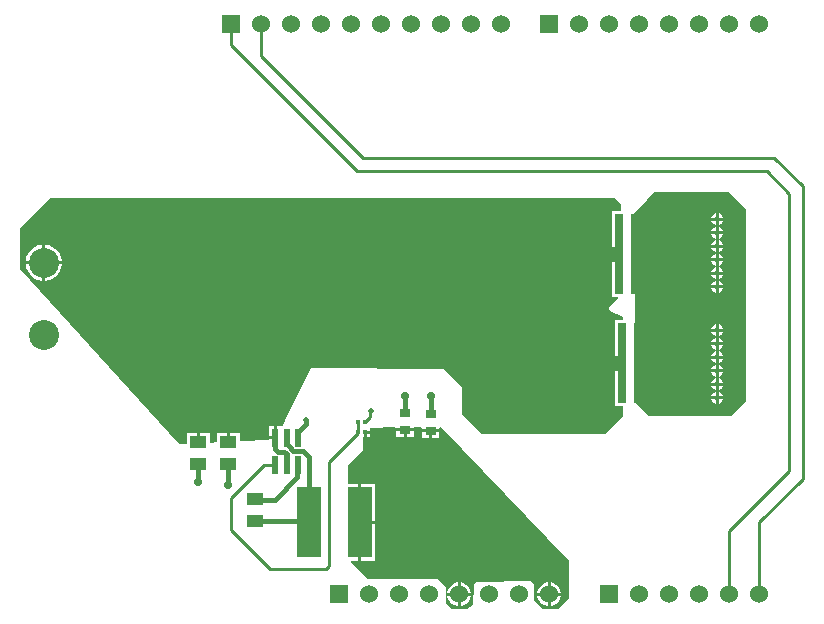
<source format=gtl>
G04*
G04 #@! TF.GenerationSoftware,Altium Limited,Altium Designer,22.10.1 (41)*
G04*
G04 Layer_Physical_Order=1*
G04 Layer_Color=255*
%FSLAX44Y44*%
%MOMM*%
G71*
G04*
G04 #@! TF.SameCoordinates,1ED68049-6446-41C4-8790-5122A1232E00*
G04*
G04*
G04 #@! TF.FilePolarity,Positive*
G04*
G01*
G75*
%ADD12C,0.2540*%
%ADD13R,2.0000X6.0000*%
%ADD15R,3.9000X6.7600*%
%ADD16R,0.7000X6.7600*%
%ADD17R,1.4478X1.1176*%
%ADD18R,0.9652X0.6604*%
%ADD19R,0.3556X0.3302*%
%ADD21C,1.5240*%
%ADD22R,1.5240X1.5240*%
%ADD23C,2.5400*%
%ADD24C,0.5080*%
%ADD25C,0.7112*%
%ADD26R,0.5588X1.5748*%
%ADD27C,0.3810*%
G36*
X623570Y351790D02*
Y189230D01*
X610870Y176530D01*
X541020D01*
X529590Y187960D01*
Y344170D01*
X527050Y346710D01*
X539750Y359410D01*
X546100Y365760D01*
X609600D01*
X623570Y351790D01*
D02*
G37*
G36*
X349504Y166377D02*
Y165100D01*
X356870D01*
X364236D01*
Y166068D01*
X365506Y166577D01*
X473710Y53340D01*
Y21590D01*
X464820Y12700D01*
X452120D01*
X444500Y20320D01*
Y34290D01*
X441960Y36830D01*
X394970Y35560D01*
X393700Y33020D01*
X392401Y16067D01*
X387350Y12700D01*
X374650D01*
X369570Y17780D01*
Y31750D01*
X363220Y38100D01*
X303530D01*
X288983Y52647D01*
X289469Y53820D01*
X295730D01*
Y86360D01*
Y118900D01*
X287020D01*
Y134620D01*
X299720Y147320D01*
Y158369D01*
X300101D01*
Y162560D01*
X301371D01*
Y163830D01*
X305689D01*
Y166250D01*
X327005Y166754D01*
X327914Y165867D01*
Y165735D01*
X335280D01*
X342646D01*
Y167124D01*
X348595Y167264D01*
X349504Y166377D01*
D02*
G37*
G36*
X518160Y355600D02*
Y349649D01*
X510060D01*
Y319659D01*
X516100D01*
Y306959D01*
X510060D01*
Y276969D01*
X515340D01*
X515826Y275796D01*
X507637Y267607D01*
X508638Y265104D01*
X519430Y259748D01*
Y257320D01*
X512600D01*
Y227330D01*
X518640D01*
Y214630D01*
X512600D01*
Y184640D01*
X519430D01*
Y176530D01*
X504190Y161290D01*
X400050D01*
X383540Y177800D01*
Y200660D01*
X368300Y215900D01*
X255909Y217177D01*
X235585Y176530D01*
X231737Y168833D01*
X230784Y168148D01*
Y168148D01*
X230784Y168148D01*
X226720D01*
Y157734D01*
X225450D01*
Y156464D01*
X220116D01*
Y155987D01*
X196118Y154845D01*
X195199Y155721D01*
Y162052D01*
X186690D01*
Y153924D01*
X184150D01*
Y162052D01*
X175641D01*
Y153870D01*
X170718Y153635D01*
X169799Y154512D01*
Y161925D01*
X161290D01*
Y153797D01*
X158750D01*
Y161925D01*
X150241D01*
Y152660D01*
X143676Y152347D01*
X8890Y300990D01*
Y335280D01*
X34290Y360680D01*
X513080D01*
X518160Y355600D01*
D02*
G37*
%LPC*%
G36*
X600710Y347873D02*
Y344170D01*
X604412D01*
X603747Y345778D01*
X602318Y347207D01*
X600710Y347873D01*
D02*
G37*
G36*
X598170D02*
X596562Y347207D01*
X595133Y345778D01*
X594468Y344170D01*
X598170D01*
Y347873D01*
D02*
G37*
G36*
X604412Y341630D02*
X600710D01*
Y337928D01*
X602318Y338593D01*
X603747Y340022D01*
X604412Y341630D01*
D02*
G37*
G36*
X598170D02*
X594468D01*
X595133Y340022D01*
X596562Y338593D01*
X598170Y337928D01*
Y341630D01*
D02*
G37*
G36*
X600710Y336442D02*
Y332740D01*
X604412D01*
X603747Y334348D01*
X602318Y335777D01*
X600710Y336442D01*
D02*
G37*
G36*
X598170D02*
X596562Y335777D01*
X595133Y334348D01*
X594468Y332740D01*
X598170D01*
Y336442D01*
D02*
G37*
G36*
X604412Y330200D02*
X600710D01*
Y326497D01*
X602318Y327163D01*
X603747Y328592D01*
X604412Y330200D01*
D02*
G37*
G36*
X598170D02*
X594468D01*
X595133Y328592D01*
X596562Y327163D01*
X598170Y326497D01*
Y330200D01*
D02*
G37*
G36*
X600710Y325013D02*
Y321310D01*
X604412D01*
X603747Y322918D01*
X602318Y324347D01*
X600710Y325013D01*
D02*
G37*
G36*
X598170D02*
X596562Y324347D01*
X595133Y322918D01*
X594468Y321310D01*
X598170D01*
Y325013D01*
D02*
G37*
G36*
X604412Y318770D02*
X600710D01*
Y315068D01*
X602318Y315733D01*
X603747Y317162D01*
X604412Y318770D01*
D02*
G37*
G36*
X598170D02*
X594468D01*
X595133Y317162D01*
X596562Y315733D01*
X598170Y315068D01*
Y318770D01*
D02*
G37*
G36*
X600710Y313582D02*
Y309880D01*
X604412D01*
X603747Y311488D01*
X602318Y312917D01*
X600710Y313582D01*
D02*
G37*
G36*
X598170D02*
X596562Y312917D01*
X595133Y311488D01*
X594468Y309880D01*
X598170D01*
Y313582D01*
D02*
G37*
G36*
X604412Y307340D02*
X600710D01*
Y303638D01*
X602318Y304303D01*
X603747Y305732D01*
X604412Y307340D01*
D02*
G37*
G36*
X598170D02*
X594468D01*
X595133Y305732D01*
X596562Y304303D01*
X598170Y303638D01*
Y307340D01*
D02*
G37*
G36*
X600710Y302153D02*
Y298450D01*
X604412D01*
X603747Y300058D01*
X602318Y301487D01*
X600710Y302153D01*
D02*
G37*
G36*
X598170D02*
X596562Y301487D01*
X595133Y300058D01*
X594468Y298450D01*
X598170D01*
Y302153D01*
D02*
G37*
G36*
X604412Y295910D02*
X600710D01*
Y292208D01*
X602318Y292873D01*
X603747Y294302D01*
X604412Y295910D01*
D02*
G37*
G36*
X598170D02*
X594468D01*
X595133Y294302D01*
X596562Y292873D01*
X598170Y292208D01*
Y295910D01*
D02*
G37*
G36*
X600710Y290723D02*
Y287020D01*
X604412D01*
X603747Y288628D01*
X602318Y290057D01*
X600710Y290723D01*
D02*
G37*
G36*
X598170D02*
X596562Y290057D01*
X595133Y288628D01*
X594468Y287020D01*
X598170D01*
Y290723D01*
D02*
G37*
G36*
X604412Y284480D02*
X600710D01*
Y280777D01*
X602318Y281443D01*
X603747Y282872D01*
X604412Y284480D01*
D02*
G37*
G36*
X598170D02*
X594468D01*
X595133Y282872D01*
X596562Y281443D01*
X598170Y280777D01*
Y284480D01*
D02*
G37*
G36*
X600710Y253892D02*
Y250190D01*
X604412D01*
X603747Y251798D01*
X602318Y253227D01*
X600710Y253892D01*
D02*
G37*
G36*
X598170D02*
X596562Y253227D01*
X595133Y251798D01*
X594468Y250190D01*
X598170D01*
Y253892D01*
D02*
G37*
G36*
X604412Y247650D02*
X600710D01*
Y243948D01*
X602318Y244613D01*
X603747Y246042D01*
X604412Y247650D01*
D02*
G37*
G36*
X598170D02*
X594468D01*
X595133Y246042D01*
X596562Y244613D01*
X598170Y243948D01*
Y247650D01*
D02*
G37*
G36*
X600710Y242463D02*
Y238760D01*
X604412D01*
X603747Y240368D01*
X602318Y241797D01*
X600710Y242463D01*
D02*
G37*
G36*
X598170D02*
X596562Y241797D01*
X595133Y240368D01*
X594468Y238760D01*
X598170D01*
Y242463D01*
D02*
G37*
G36*
X604412Y236220D02*
X600710D01*
Y232518D01*
X602318Y233183D01*
X603747Y234612D01*
X604412Y236220D01*
D02*
G37*
G36*
X598170D02*
X594468D01*
X595133Y234612D01*
X596562Y233183D01*
X598170Y232518D01*
Y236220D01*
D02*
G37*
G36*
X600710Y231033D02*
Y227330D01*
X604412D01*
X603747Y228938D01*
X602318Y230367D01*
X600710Y231033D01*
D02*
G37*
G36*
X598170D02*
X596562Y230367D01*
X595133Y228938D01*
X594468Y227330D01*
X598170D01*
Y231033D01*
D02*
G37*
G36*
X604412Y224790D02*
X600710D01*
Y221087D01*
X602318Y221753D01*
X603747Y223182D01*
X604412Y224790D01*
D02*
G37*
G36*
X598170D02*
X594468D01*
X595133Y223182D01*
X596562Y221753D01*
X598170Y221087D01*
Y224790D01*
D02*
G37*
G36*
X600710Y219603D02*
Y215900D01*
X604412D01*
X603747Y217508D01*
X602318Y218937D01*
X600710Y219603D01*
D02*
G37*
G36*
X598170D02*
X596562Y218937D01*
X595133Y217508D01*
X594468Y215900D01*
X598170D01*
Y219603D01*
D02*
G37*
G36*
X604412Y213360D02*
X600710D01*
Y209657D01*
X602318Y210323D01*
X603747Y211752D01*
X604412Y213360D01*
D02*
G37*
G36*
X598170D02*
X594468D01*
X595133Y211752D01*
X596562Y210323D01*
X598170Y209657D01*
Y213360D01*
D02*
G37*
G36*
X600710Y208172D02*
Y204470D01*
X604412D01*
X603747Y206078D01*
X602318Y207507D01*
X600710Y208172D01*
D02*
G37*
G36*
X598170D02*
X596562Y207507D01*
X595133Y206078D01*
X594468Y204470D01*
X598170D01*
Y208172D01*
D02*
G37*
G36*
X604412Y201930D02*
X600710D01*
Y198228D01*
X602318Y198893D01*
X603747Y200322D01*
X604412Y201930D01*
D02*
G37*
G36*
X598170D02*
X594468D01*
X595133Y200322D01*
X596562Y198893D01*
X598170Y198228D01*
Y201930D01*
D02*
G37*
G36*
X600710Y196742D02*
Y193040D01*
X604412D01*
X603747Y194648D01*
X602318Y196077D01*
X600710Y196742D01*
D02*
G37*
G36*
X598170D02*
X596562Y196077D01*
X595133Y194648D01*
X594468Y193040D01*
X598170D01*
Y196742D01*
D02*
G37*
G36*
X604412Y190500D02*
X600710D01*
Y186798D01*
X602318Y187463D01*
X603747Y188892D01*
X604412Y190500D01*
D02*
G37*
G36*
X598170D02*
X594468D01*
X595133Y188892D01*
X596562Y187463D01*
X598170Y186798D01*
Y190500D01*
D02*
G37*
G36*
X342646Y163195D02*
X336550D01*
Y158623D01*
X342646D01*
Y163195D01*
D02*
G37*
G36*
X334010D02*
X327914D01*
Y158623D01*
X334010D01*
Y163195D01*
D02*
G37*
G36*
X305689Y161290D02*
X302641D01*
Y158369D01*
X305689D01*
Y161290D01*
D02*
G37*
G36*
X364236Y162560D02*
X358140D01*
Y157988D01*
X364236D01*
Y162560D01*
D02*
G37*
G36*
X355600D02*
X349504D01*
Y157988D01*
X355600D01*
Y162560D01*
D02*
G37*
G36*
X309540Y118900D02*
X298270D01*
Y87630D01*
X309540D01*
Y118900D01*
D02*
G37*
G36*
Y85090D02*
X298270D01*
Y53820D01*
X309540D01*
Y85090D01*
D02*
G37*
G36*
X458538Y35560D02*
X458470D01*
Y26670D01*
X467360D01*
Y26738D01*
X466668Y29322D01*
X465330Y31638D01*
X463438Y33530D01*
X461122Y34868D01*
X458538Y35560D01*
D02*
G37*
G36*
X455930D02*
X455862D01*
X453278Y34868D01*
X450962Y33530D01*
X449070Y31638D01*
X447732Y29322D01*
X447040Y26738D01*
Y26670D01*
X455930D01*
Y35560D01*
D02*
G37*
G36*
X382338D02*
X382270D01*
Y26670D01*
X391160D01*
Y26738D01*
X390468Y29322D01*
X389130Y31638D01*
X387238Y33530D01*
X384922Y34868D01*
X382338Y35560D01*
D02*
G37*
G36*
X379730D02*
X379662D01*
X377078Y34868D01*
X374762Y33530D01*
X372870Y31638D01*
X371532Y29322D01*
X370840Y26738D01*
Y26670D01*
X379730D01*
Y35560D01*
D02*
G37*
G36*
X467360Y24130D02*
X458470D01*
Y15240D01*
X458538D01*
X461122Y15932D01*
X463438Y17270D01*
X465330Y19162D01*
X466668Y21478D01*
X467360Y24062D01*
Y24130D01*
D02*
G37*
G36*
X455930D02*
X447040D01*
Y24062D01*
X447732Y21478D01*
X449070Y19162D01*
X450962Y17270D01*
X453278Y15932D01*
X455862Y15240D01*
X455930D01*
Y24130D01*
D02*
G37*
G36*
X391160D02*
X382270D01*
Y15240D01*
X382338D01*
X384922Y15932D01*
X387238Y17270D01*
X389130Y19162D01*
X390468Y21478D01*
X391160Y24062D01*
Y24130D01*
D02*
G37*
G36*
X379730D02*
X370840D01*
Y24062D01*
X371532Y21478D01*
X372870Y19162D01*
X374762Y17270D01*
X377078Y15932D01*
X379662Y15240D01*
X379730D01*
Y24130D01*
D02*
G37*
G36*
X30711Y321310D02*
X30480D01*
Y307340D01*
X44450D01*
Y307571D01*
X43864Y310515D01*
X42716Y313289D01*
X41048Y315785D01*
X38925Y317908D01*
X36429Y319576D01*
X33655Y320724D01*
X30711Y321310D01*
D02*
G37*
G36*
X27940D02*
X27709D01*
X24765Y320724D01*
X21991Y319576D01*
X19495Y317908D01*
X17372Y315785D01*
X15704Y313289D01*
X14556Y310515D01*
X13970Y307571D01*
Y307340D01*
X27940D01*
Y321310D01*
D02*
G37*
G36*
X44450Y304800D02*
X30480D01*
Y290830D01*
X30711D01*
X33655Y291416D01*
X36429Y292565D01*
X38925Y294232D01*
X41048Y296355D01*
X42716Y298851D01*
X43864Y301625D01*
X44450Y304569D01*
Y304800D01*
D02*
G37*
G36*
X27940D02*
X13970D01*
Y304569D01*
X14556Y301625D01*
X15704Y298851D01*
X17372Y296355D01*
X19495Y294232D01*
X21991Y292565D01*
X24765Y291416D01*
X27709Y290830D01*
X27940D01*
Y304800D01*
D02*
G37*
G36*
X224180Y168148D02*
X220116D01*
Y159004D01*
X224180D01*
Y168148D01*
D02*
G37*
%LPD*%
D12*
X187960Y106680D02*
X215646Y134366D01*
X225450D01*
X187960Y102870D02*
Y106680D01*
X188178Y100548D02*
Y102652D01*
X187960Y102870D02*
X188178Y102652D01*
X187960Y100330D02*
X188178Y100548D01*
X187960Y80010D02*
Y100330D01*
Y80010D02*
X220980Y46990D01*
X267970D01*
X270510Y49530D01*
Y137541D01*
X295021Y162052D02*
Y162179D01*
X270510Y137541D02*
X295021Y162052D01*
X295402Y162560D02*
X295529D01*
X295021Y162179D02*
X295402Y162560D01*
X295529D02*
Y171450D01*
X635000Y25400D02*
Y86360D01*
X671830Y123190D02*
Y370840D01*
X635000Y86360D02*
X671830Y123190D01*
X647700Y394970D02*
X671830Y370840D01*
X299720Y394970D02*
X647700D01*
X294640Y383540D02*
X641350D01*
X660400Y364490D01*
X187960Y490220D02*
X294640Y383540D01*
X660400Y129540D02*
Y364490D01*
X213360Y481330D02*
X299720Y394970D01*
X213360Y481330D02*
Y508000D01*
X187960Y490220D02*
Y508000D01*
X609600Y25400D02*
Y78740D01*
X660400Y129540D01*
X252857Y87503D02*
X254000Y86360D01*
X301371Y171450D02*
X301498D01*
X301244D02*
X301371D01*
X301498D02*
X305584Y175536D01*
Y179854D01*
X306070Y180340D01*
X244450Y157734D02*
Y162814D01*
X250974Y172234D02*
X251460Y172720D01*
X300863Y171831D02*
X301244Y171450D01*
D13*
X297000Y86360D02*
D03*
X254000D02*
D03*
D15*
X546100Y313309D02*
D03*
X548640Y220980D02*
D03*
D16*
X576100Y313309D02*
D03*
X516100D02*
D03*
X578640Y220980D02*
D03*
X518640D02*
D03*
D17*
X160020Y135763D02*
D03*
Y153797D02*
D03*
X208280Y105537D02*
D03*
Y87503D02*
D03*
X185420Y135890D02*
D03*
Y153924D02*
D03*
D18*
X356870Y177800D02*
D03*
Y163830D02*
D03*
X335280Y178435D02*
D03*
Y164465D02*
D03*
D19*
X301371Y171450D02*
D03*
X295529D02*
D03*
Y162560D02*
D03*
X301371D02*
D03*
D21*
X213360Y508000D02*
D03*
X238760D02*
D03*
X264160D02*
D03*
X289560D02*
D03*
X391160D02*
D03*
X416560D02*
D03*
X340360D02*
D03*
X365760D02*
D03*
X314960D02*
D03*
X482600D02*
D03*
X508000D02*
D03*
X533400D02*
D03*
X558800D02*
D03*
X609600D02*
D03*
X635000D02*
D03*
X584200D02*
D03*
X635000Y25400D02*
D03*
X609600D02*
D03*
X584200D02*
D03*
X558800D02*
D03*
X533400D02*
D03*
X304800D02*
D03*
X330200D02*
D03*
X355600D02*
D03*
X381000D02*
D03*
X431800D02*
D03*
X457200D02*
D03*
X406400D02*
D03*
D22*
X187960Y508000D02*
D03*
X457200D02*
D03*
X508000Y25400D02*
D03*
X279400D02*
D03*
D23*
X29210Y245110D02*
D03*
Y306070D02*
D03*
D24*
X251460Y172720D02*
D03*
X306070Y180340D02*
D03*
X599440Y237490D02*
D03*
Y226060D02*
D03*
Y214630D02*
D03*
Y191770D02*
D03*
Y203200D02*
D03*
Y248920D02*
D03*
Y285750D02*
D03*
Y297180D02*
D03*
Y308610D02*
D03*
Y320040D02*
D03*
Y331470D02*
D03*
Y342900D02*
D03*
D25*
X356870Y193040D02*
D03*
X335280D02*
D03*
X185420Y118110D02*
D03*
X160020Y120650D02*
D03*
D26*
X244450Y134366D02*
D03*
X234950D02*
D03*
X225450D02*
D03*
Y157734D02*
D03*
X234950D02*
D03*
X244450D02*
D03*
D27*
X208280Y87503D02*
X252857D01*
X244450Y162814D02*
X250974Y169338D01*
X356870Y177800D02*
Y193040D01*
X335280Y178435D02*
Y193040D01*
X250974Y169338D02*
Y172234D01*
X185420Y118110D02*
Y135890D01*
X160020Y120650D02*
Y135763D01*
X356553Y164147D02*
X356870Y163830D01*
X335280Y164465D02*
X335597Y164147D01*
X158877Y154940D02*
X160020Y153797D01*
X185357Y153861D02*
X185420Y153924D01*
X160020Y153797D02*
X160084Y153861D01*
X185420Y153924D02*
X185674Y153670D01*
X254000Y86360D02*
Y141244D01*
X248559Y146685D02*
X254000Y141244D01*
X238481Y148545D02*
X240341Y146685D01*
X238481Y148545D02*
Y149123D01*
X240341Y146685D02*
X248559D01*
X234950Y152654D02*
X238481Y149123D01*
X234950Y152654D02*
Y157734D01*
X208407Y105410D02*
X224790D01*
X208280Y105537D02*
X208407Y105410D01*
X243561Y133477D02*
X244450Y134366D01*
X243561Y124181D02*
Y133477D01*
X224790Y105410D02*
X243561Y124181D01*
X234950Y134366D02*
Y143818D01*
X232718Y146050D02*
X234950Y143818D01*
X227330Y146050D02*
X232718D01*
X224790Y148590D02*
X227330Y146050D01*
X224790Y157074D02*
X225450Y157734D01*
X224790Y148590D02*
Y157074D01*
M02*

</source>
